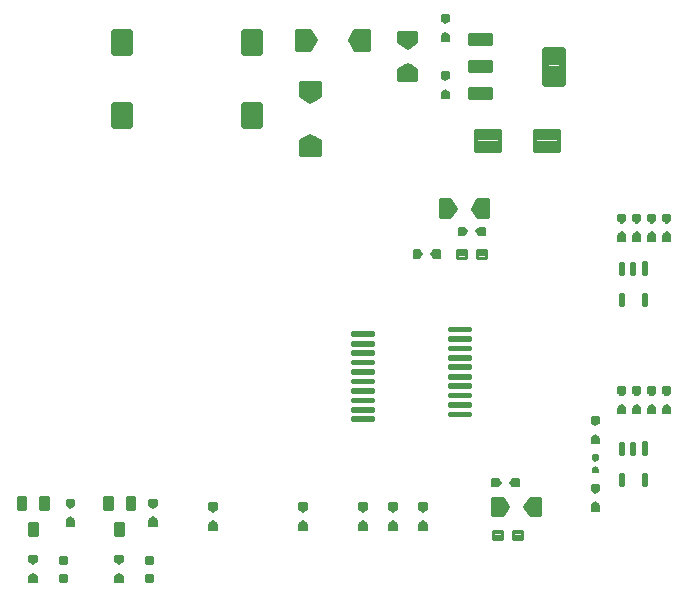
<source format=gbr>
G75*
%MOIN*%
%OFA0B0*%
%FSLAX25Y25*%
%IPPOS*%
%LPD*%
%AMOC8*
5,1,8,0,0,1.08239X$1,22.5*
%
%ADD10C,0.00886*%
%ADD11C,0.01200*%
%ADD12C,0.00500*%
%ADD13C,0.01063*%
%ADD14C,0.00974*%
%ADD15C,0.01451*%
%ADD16C,0.02182*%
%ADD17C,0.01296*%
%ADD18C,0.02418*%
%ADD19C,0.00850*%
D10*
X0146674Y0116396D02*
X0153464Y0116396D01*
X0146674Y0116396D02*
X0146674Y0117282D01*
X0153464Y0117282D01*
X0153464Y0116396D01*
X0153464Y0117281D02*
X0146674Y0117281D01*
X0146674Y0119546D02*
X0153464Y0119546D01*
X0146674Y0119546D02*
X0146674Y0120432D01*
X0153464Y0120432D01*
X0153464Y0119546D01*
X0153464Y0120431D02*
X0146674Y0120431D01*
X0146674Y0122696D02*
X0153464Y0122696D01*
X0146674Y0122696D02*
X0146674Y0123582D01*
X0153464Y0123582D01*
X0153464Y0122696D01*
X0153464Y0123581D02*
X0146674Y0123581D01*
X0146674Y0125845D02*
X0153464Y0125845D01*
X0146674Y0125845D02*
X0146674Y0126731D01*
X0153464Y0126731D01*
X0153464Y0125845D01*
X0153464Y0126730D02*
X0146674Y0126730D01*
X0146674Y0128995D02*
X0153464Y0128995D01*
X0146674Y0128995D02*
X0146674Y0129881D01*
X0153464Y0129881D01*
X0153464Y0128995D01*
X0153464Y0129880D02*
X0146674Y0129880D01*
X0146674Y0132144D02*
X0153464Y0132144D01*
X0146674Y0132144D02*
X0146674Y0133030D01*
X0153464Y0133030D01*
X0153464Y0132144D01*
X0153464Y0133029D02*
X0146674Y0133029D01*
X0146674Y0135294D02*
X0153464Y0135294D01*
X0146674Y0135294D02*
X0146674Y0136180D01*
X0153464Y0136180D01*
X0153464Y0135294D01*
X0153464Y0136179D02*
X0146674Y0136179D01*
X0146674Y0138444D02*
X0153464Y0138444D01*
X0146674Y0138444D02*
X0146674Y0139330D01*
X0153464Y0139330D01*
X0153464Y0138444D01*
X0153464Y0139329D02*
X0146674Y0139329D01*
X0146674Y0141593D02*
X0153464Y0141593D01*
X0146674Y0141593D02*
X0146674Y0142479D01*
X0153464Y0142479D01*
X0153464Y0141593D01*
X0153464Y0142478D02*
X0146674Y0142478D01*
X0146674Y0144743D02*
X0153464Y0144743D01*
X0146674Y0144743D02*
X0146674Y0145629D01*
X0153464Y0145629D01*
X0153464Y0144743D01*
X0153464Y0145628D02*
X0146674Y0145628D01*
X0178957Y0146318D02*
X0185747Y0146318D01*
X0178957Y0146318D02*
X0178957Y0147204D01*
X0185747Y0147204D01*
X0185747Y0146318D01*
X0185747Y0147203D02*
X0178957Y0147203D01*
X0178957Y0143168D02*
X0185747Y0143168D01*
X0178957Y0143168D02*
X0178957Y0144054D01*
X0185747Y0144054D01*
X0185747Y0143168D01*
X0185747Y0144053D02*
X0178957Y0144053D01*
X0178957Y0140018D02*
X0185747Y0140018D01*
X0178957Y0140018D02*
X0178957Y0140904D01*
X0185747Y0140904D01*
X0185747Y0140018D01*
X0185747Y0140903D02*
X0178957Y0140903D01*
X0178957Y0136869D02*
X0185747Y0136869D01*
X0178957Y0136869D02*
X0178957Y0137755D01*
X0185747Y0137755D01*
X0185747Y0136869D01*
X0185747Y0137754D02*
X0178957Y0137754D01*
X0178957Y0133719D02*
X0185747Y0133719D01*
X0178957Y0133719D02*
X0178957Y0134605D01*
X0185747Y0134605D01*
X0185747Y0133719D01*
X0185747Y0134604D02*
X0178957Y0134604D01*
X0178957Y0130570D02*
X0185747Y0130570D01*
X0178957Y0130570D02*
X0178957Y0131456D01*
X0185747Y0131456D01*
X0185747Y0130570D01*
X0185747Y0131455D02*
X0178957Y0131455D01*
X0178957Y0127420D02*
X0185747Y0127420D01*
X0178957Y0127420D02*
X0178957Y0128306D01*
X0185747Y0128306D01*
X0185747Y0127420D01*
X0185747Y0128305D02*
X0178957Y0128305D01*
X0178957Y0124270D02*
X0185747Y0124270D01*
X0178957Y0124270D02*
X0178957Y0125156D01*
X0185747Y0125156D01*
X0185747Y0124270D01*
X0185747Y0125155D02*
X0178957Y0125155D01*
X0178957Y0121121D02*
X0185747Y0121121D01*
X0178957Y0121121D02*
X0178957Y0122007D01*
X0185747Y0122007D01*
X0185747Y0121121D01*
X0185747Y0122006D02*
X0178957Y0122006D01*
X0178957Y0117971D02*
X0185747Y0117971D01*
X0178957Y0117971D02*
X0178957Y0118857D01*
X0185747Y0118857D01*
X0185747Y0117971D01*
X0185747Y0118856D02*
X0178957Y0118856D01*
D11*
X0193605Y0090237D02*
X0196730Y0090237D01*
X0198605Y0087425D01*
X0196730Y0084613D01*
X0193605Y0084613D01*
X0193605Y0090237D01*
X0193605Y0089291D02*
X0197361Y0089291D01*
X0198160Y0088093D02*
X0193605Y0088093D01*
X0193605Y0086894D02*
X0198251Y0086894D01*
X0197452Y0085696D02*
X0193605Y0085696D01*
X0204230Y0087425D02*
X0206105Y0084613D01*
X0209230Y0084613D01*
X0209230Y0090237D01*
X0206105Y0090237D01*
X0204230Y0087425D01*
X0204584Y0086894D02*
X0209230Y0086894D01*
X0209230Y0085696D02*
X0205383Y0085696D01*
X0204675Y0088093D02*
X0209230Y0088093D01*
X0209230Y0089291D02*
X0205474Y0089291D01*
X0191730Y0183987D02*
X0188605Y0183987D01*
X0186730Y0186800D01*
X0188605Y0189612D01*
X0191730Y0189612D01*
X0191730Y0183987D01*
X0191730Y0185172D02*
X0187815Y0185172D01*
X0187016Y0186371D02*
X0191730Y0186371D01*
X0191730Y0187569D02*
X0187243Y0187569D01*
X0188042Y0188768D02*
X0191730Y0188768D01*
X0181105Y0186800D02*
X0179230Y0183987D01*
X0176105Y0183987D01*
X0176105Y0189612D01*
X0179230Y0189612D01*
X0181105Y0186800D01*
X0180819Y0186371D02*
X0176105Y0186371D01*
X0176105Y0187569D02*
X0180592Y0187569D01*
X0179793Y0188768D02*
X0176105Y0188768D01*
X0176105Y0185172D02*
X0180020Y0185172D01*
X0135792Y0204925D02*
X0129542Y0204925D01*
X0129542Y0209300D01*
X0132667Y0211175D01*
X0135792Y0209300D01*
X0135792Y0204925D01*
X0135792Y0205547D02*
X0129542Y0205547D01*
X0129542Y0206745D02*
X0135792Y0206745D01*
X0135792Y0207944D02*
X0129542Y0207944D01*
X0129542Y0209142D02*
X0135792Y0209142D01*
X0134057Y0210341D02*
X0131277Y0210341D01*
X0132667Y0222425D02*
X0135792Y0224300D01*
X0135792Y0228675D01*
X0129542Y0228675D01*
X0129542Y0224300D01*
X0132667Y0222425D01*
X0130835Y0223525D02*
X0134500Y0223525D01*
X0135792Y0224723D02*
X0129542Y0224723D01*
X0129542Y0225922D02*
X0135792Y0225922D01*
X0135792Y0227120D02*
X0129542Y0227120D01*
X0129542Y0228319D02*
X0135792Y0228319D01*
X0132667Y0239925D02*
X0128292Y0239925D01*
X0128292Y0246175D01*
X0132667Y0246175D01*
X0134542Y0243050D01*
X0132667Y0239925D01*
X0132895Y0240304D02*
X0128292Y0240304D01*
X0128292Y0241502D02*
X0133614Y0241502D01*
X0134333Y0242701D02*
X0128292Y0242701D01*
X0128292Y0243899D02*
X0134033Y0243899D01*
X0133314Y0245098D02*
X0128292Y0245098D01*
X0145792Y0243050D02*
X0147667Y0239925D01*
X0152042Y0239925D01*
X0152042Y0246175D01*
X0147667Y0246175D01*
X0145792Y0243050D01*
X0146002Y0242701D02*
X0152042Y0242701D01*
X0152042Y0243899D02*
X0146302Y0243899D01*
X0147021Y0245098D02*
X0152042Y0245098D01*
X0152042Y0241502D02*
X0146721Y0241502D01*
X0147440Y0240304D02*
X0152042Y0240304D01*
X0162355Y0242423D02*
X0162355Y0245548D01*
X0167980Y0245548D01*
X0167980Y0242423D01*
X0165167Y0240548D01*
X0162355Y0242423D01*
X0162355Y0242701D02*
X0167980Y0242701D01*
X0167980Y0243899D02*
X0162355Y0243899D01*
X0162355Y0245098D02*
X0167980Y0245098D01*
X0166599Y0241502D02*
X0163735Y0241502D01*
X0165167Y0234923D02*
X0167980Y0233048D01*
X0167980Y0229923D01*
X0162355Y0229923D01*
X0162355Y0233048D01*
X0165167Y0234923D01*
X0164250Y0234311D02*
X0166084Y0234311D01*
X0167882Y0233113D02*
X0162453Y0233113D01*
X0162355Y0231914D02*
X0167980Y0231914D01*
X0167980Y0230716D02*
X0162355Y0230716D01*
D12*
X0038917Y0064300D02*
X0038917Y0062425D01*
X0041417Y0062425D01*
X0041417Y0064300D01*
X0040167Y0065237D01*
X0038917Y0064300D01*
X0038917Y0064114D02*
X0041417Y0064114D01*
X0041417Y0063615D02*
X0038917Y0063615D01*
X0038917Y0063117D02*
X0041417Y0063117D01*
X0041417Y0062618D02*
X0038917Y0062618D01*
X0039334Y0064612D02*
X0041001Y0064612D01*
X0040336Y0065111D02*
X0039999Y0065111D01*
X0040167Y0068363D02*
X0038917Y0069300D01*
X0038917Y0071175D01*
X0041417Y0071175D01*
X0041417Y0069300D01*
X0040167Y0068363D01*
X0039850Y0068601D02*
X0040485Y0068601D01*
X0041149Y0069099D02*
X0039185Y0069099D01*
X0038917Y0069598D02*
X0041417Y0069598D01*
X0041417Y0070096D02*
X0038917Y0070096D01*
X0038917Y0070595D02*
X0041417Y0070595D01*
X0041417Y0071093D02*
X0038917Y0071093D01*
X0051417Y0081175D02*
X0051417Y0083050D01*
X0052667Y0083988D01*
X0053917Y0083050D01*
X0053917Y0081175D01*
X0051417Y0081175D01*
X0051417Y0081562D02*
X0053917Y0081562D01*
X0053917Y0082060D02*
X0051417Y0082060D01*
X0051417Y0082559D02*
X0053917Y0082559D01*
X0053908Y0083057D02*
X0051427Y0083057D01*
X0052092Y0083556D02*
X0053243Y0083556D01*
X0052667Y0087112D02*
X0051417Y0088050D01*
X0051417Y0089925D01*
X0053917Y0089925D01*
X0053917Y0088050D01*
X0052667Y0087112D01*
X0052092Y0087544D02*
X0053243Y0087544D01*
X0053907Y0088042D02*
X0051427Y0088042D01*
X0051417Y0088541D02*
X0053917Y0088541D01*
X0053917Y0089039D02*
X0051417Y0089039D01*
X0051417Y0089538D02*
X0053917Y0089538D01*
X0067667Y0071175D02*
X0070167Y0071175D01*
X0070167Y0069300D01*
X0068917Y0068363D01*
X0067667Y0069300D01*
X0067667Y0071175D01*
X0067667Y0071093D02*
X0070167Y0071093D01*
X0070167Y0070595D02*
X0067667Y0070595D01*
X0067667Y0070096D02*
X0070167Y0070096D01*
X0070167Y0069598D02*
X0067667Y0069598D01*
X0067935Y0069099D02*
X0069899Y0069099D01*
X0069235Y0068601D02*
X0068600Y0068601D01*
X0068917Y0065237D02*
X0070167Y0064300D01*
X0070167Y0062425D01*
X0067667Y0062425D01*
X0067667Y0064300D01*
X0068917Y0065237D01*
X0068749Y0065111D02*
X0069086Y0065111D01*
X0069751Y0064612D02*
X0068084Y0064612D01*
X0067667Y0064114D02*
X0070167Y0064114D01*
X0070167Y0063615D02*
X0067667Y0063615D01*
X0067667Y0063117D02*
X0070167Y0063117D01*
X0070167Y0062618D02*
X0067667Y0062618D01*
X0078917Y0081175D02*
X0078917Y0083050D01*
X0080167Y0083988D01*
X0081417Y0083050D01*
X0081417Y0081175D01*
X0078917Y0081175D01*
X0078917Y0081562D02*
X0081417Y0081562D01*
X0081417Y0082060D02*
X0078917Y0082060D01*
X0078917Y0082559D02*
X0081417Y0082559D01*
X0081408Y0083057D02*
X0078927Y0083057D01*
X0079592Y0083556D02*
X0080743Y0083556D01*
X0080167Y0087112D02*
X0078917Y0088050D01*
X0078917Y0089925D01*
X0081417Y0089925D01*
X0081417Y0088050D01*
X0080167Y0087112D01*
X0079592Y0087544D02*
X0080743Y0087544D01*
X0081407Y0088042D02*
X0078927Y0088042D01*
X0078917Y0088541D02*
X0081417Y0088541D01*
X0081417Y0089039D02*
X0078917Y0089039D01*
X0078917Y0089538D02*
X0081417Y0089538D01*
X0098917Y0088675D02*
X0098917Y0086800D01*
X0100167Y0085863D01*
X0101417Y0086800D01*
X0101417Y0088675D01*
X0098917Y0088675D01*
X0098917Y0088541D02*
X0101417Y0088541D01*
X0101417Y0088042D02*
X0098917Y0088042D01*
X0098917Y0087544D02*
X0101417Y0087544D01*
X0101417Y0087045D02*
X0098917Y0087045D01*
X0099255Y0086547D02*
X0101080Y0086547D01*
X0100415Y0086048D02*
X0099919Y0086048D01*
X0100167Y0082738D02*
X0098917Y0081800D01*
X0098917Y0079925D01*
X0101417Y0079925D01*
X0101417Y0081800D01*
X0100167Y0082738D01*
X0099929Y0082559D02*
X0100406Y0082559D01*
X0101070Y0082060D02*
X0099264Y0082060D01*
X0098917Y0081562D02*
X0101417Y0081562D01*
X0101417Y0081063D02*
X0098917Y0081063D01*
X0098917Y0080565D02*
X0101417Y0080565D01*
X0101417Y0080066D02*
X0098917Y0080066D01*
X0128917Y0080066D02*
X0131417Y0080066D01*
X0131417Y0079925D02*
X0128917Y0079925D01*
X0128917Y0081800D01*
X0130167Y0082738D01*
X0131417Y0081800D01*
X0131417Y0079925D01*
X0131417Y0080565D02*
X0128917Y0080565D01*
X0128917Y0081063D02*
X0131417Y0081063D01*
X0131417Y0081562D02*
X0128917Y0081562D01*
X0129264Y0082060D02*
X0131070Y0082060D01*
X0130406Y0082559D02*
X0129929Y0082559D01*
X0130167Y0085863D02*
X0128917Y0086800D01*
X0128917Y0088675D01*
X0131417Y0088675D01*
X0131417Y0086800D01*
X0130167Y0085863D01*
X0129919Y0086048D02*
X0130415Y0086048D01*
X0131080Y0086547D02*
X0129255Y0086547D01*
X0128917Y0087045D02*
X0131417Y0087045D01*
X0131417Y0087544D02*
X0128917Y0087544D01*
X0128917Y0088042D02*
X0131417Y0088042D01*
X0131417Y0088541D02*
X0128917Y0088541D01*
X0148917Y0088541D02*
X0151417Y0088541D01*
X0151417Y0088675D02*
X0151417Y0086800D01*
X0150167Y0085863D01*
X0148917Y0086800D01*
X0148917Y0088675D01*
X0151417Y0088675D01*
X0151417Y0088042D02*
X0148917Y0088042D01*
X0148917Y0087544D02*
X0151417Y0087544D01*
X0151417Y0087045D02*
X0148917Y0087045D01*
X0149255Y0086547D02*
X0151080Y0086547D01*
X0150415Y0086048D02*
X0149919Y0086048D01*
X0150167Y0082738D02*
X0151417Y0081800D01*
X0151417Y0079925D01*
X0148917Y0079925D01*
X0148917Y0081800D01*
X0150167Y0082738D01*
X0149929Y0082559D02*
X0150406Y0082559D01*
X0151070Y0082060D02*
X0149264Y0082060D01*
X0148917Y0081562D02*
X0151417Y0081562D01*
X0151417Y0081063D02*
X0148917Y0081063D01*
X0148917Y0080565D02*
X0151417Y0080565D01*
X0151417Y0080066D02*
X0148917Y0080066D01*
X0158917Y0080066D02*
X0161417Y0080066D01*
X0161417Y0079925D02*
X0158917Y0079925D01*
X0158917Y0081800D01*
X0160167Y0082738D01*
X0161417Y0081800D01*
X0161417Y0079925D01*
X0161417Y0080565D02*
X0158917Y0080565D01*
X0158917Y0081063D02*
X0161417Y0081063D01*
X0161417Y0081562D02*
X0158917Y0081562D01*
X0159264Y0082060D02*
X0161070Y0082060D01*
X0160406Y0082559D02*
X0159929Y0082559D01*
X0160167Y0085863D02*
X0158917Y0086800D01*
X0158917Y0088675D01*
X0161417Y0088675D01*
X0161417Y0086800D01*
X0160167Y0085863D01*
X0159919Y0086048D02*
X0160415Y0086048D01*
X0161080Y0086547D02*
X0159255Y0086547D01*
X0158917Y0087045D02*
X0161417Y0087045D01*
X0161417Y0087544D02*
X0158917Y0087544D01*
X0158917Y0088042D02*
X0161417Y0088042D01*
X0161417Y0088541D02*
X0158917Y0088541D01*
X0168917Y0088541D02*
X0171417Y0088541D01*
X0171417Y0088675D02*
X0171417Y0086800D01*
X0170167Y0085863D01*
X0168917Y0086800D01*
X0168917Y0088675D01*
X0171417Y0088675D01*
X0171417Y0088042D02*
X0168917Y0088042D01*
X0168917Y0087544D02*
X0171417Y0087544D01*
X0171417Y0087045D02*
X0168917Y0087045D01*
X0169255Y0086547D02*
X0171080Y0086547D01*
X0170415Y0086048D02*
X0169919Y0086048D01*
X0170167Y0082738D02*
X0171417Y0081800D01*
X0171417Y0079925D01*
X0168917Y0079925D01*
X0168917Y0081800D01*
X0170167Y0082738D01*
X0169929Y0082559D02*
X0170406Y0082559D01*
X0171070Y0082060D02*
X0169264Y0082060D01*
X0168917Y0081562D02*
X0171417Y0081562D01*
X0171417Y0081063D02*
X0168917Y0081063D01*
X0168917Y0080565D02*
X0171417Y0080565D01*
X0171417Y0080066D02*
X0168917Y0080066D01*
X0193292Y0094300D02*
X0193292Y0096800D01*
X0195167Y0096800D01*
X0196105Y0095550D01*
X0195167Y0094300D01*
X0193292Y0094300D01*
X0193292Y0094523D02*
X0195335Y0094523D01*
X0195709Y0095022D02*
X0193292Y0095022D01*
X0193292Y0095520D02*
X0196082Y0095520D01*
X0195753Y0096019D02*
X0193292Y0096019D01*
X0193292Y0096517D02*
X0195379Y0096517D01*
X0199230Y0095550D02*
X0200167Y0096800D01*
X0202042Y0096800D01*
X0202042Y0094300D01*
X0200167Y0094300D01*
X0199230Y0095550D01*
X0199252Y0095520D02*
X0202042Y0095520D01*
X0202042Y0095022D02*
X0199626Y0095022D01*
X0200000Y0094523D02*
X0202042Y0094523D01*
X0202042Y0096019D02*
X0199581Y0096019D01*
X0199955Y0096517D02*
X0202042Y0096517D01*
X0226417Y0094925D02*
X0228917Y0094925D01*
X0228917Y0093050D01*
X0227667Y0092112D01*
X0226417Y0093050D01*
X0226417Y0094925D01*
X0226417Y0094523D02*
X0228917Y0094523D01*
X0228917Y0094025D02*
X0226417Y0094025D01*
X0226417Y0093526D02*
X0228917Y0093526D01*
X0228887Y0093028D02*
X0226447Y0093028D01*
X0227112Y0092529D02*
X0228223Y0092529D01*
X0227667Y0088987D02*
X0228917Y0088050D01*
X0228917Y0086175D01*
X0226417Y0086175D01*
X0226417Y0088050D01*
X0227667Y0088987D01*
X0227072Y0088541D02*
X0228263Y0088541D01*
X0228917Y0088042D02*
X0226417Y0088042D01*
X0226417Y0087544D02*
X0228917Y0087544D01*
X0228917Y0087045D02*
X0226417Y0087045D01*
X0226417Y0086547D02*
X0228917Y0086547D01*
X0228605Y0098987D02*
X0226730Y0098987D01*
X0226730Y0100237D01*
X0227667Y0100862D01*
X0228605Y0100237D01*
X0228605Y0098987D01*
X0228605Y0099010D02*
X0226730Y0099010D01*
X0226730Y0099508D02*
X0228605Y0099508D01*
X0228605Y0100007D02*
X0226730Y0100007D01*
X0227131Y0100505D02*
X0228203Y0100505D01*
X0227667Y0102737D02*
X0226730Y0103362D01*
X0226730Y0104612D01*
X0228605Y0104612D01*
X0228605Y0103362D01*
X0227667Y0102737D01*
X0227277Y0102998D02*
X0228058Y0102998D01*
X0228605Y0103496D02*
X0226730Y0103496D01*
X0226730Y0103995D02*
X0228605Y0103995D01*
X0228605Y0104493D02*
X0226730Y0104493D01*
X0226417Y0108675D02*
X0226417Y0110550D01*
X0227667Y0111487D01*
X0228917Y0110550D01*
X0228917Y0108675D01*
X0226417Y0108675D01*
X0226417Y0108980D02*
X0228917Y0108980D01*
X0228917Y0109478D02*
X0226417Y0109478D01*
X0226417Y0109977D02*
X0228917Y0109977D01*
X0228917Y0110475D02*
X0226417Y0110475D01*
X0226983Y0110974D02*
X0228352Y0110974D01*
X0227687Y0111472D02*
X0227647Y0111472D01*
X0227667Y0114612D02*
X0226417Y0115550D01*
X0226417Y0117425D01*
X0228917Y0117425D01*
X0228917Y0115550D01*
X0227667Y0114612D01*
X0227201Y0114962D02*
X0228133Y0114962D01*
X0228798Y0115461D02*
X0226537Y0115461D01*
X0226417Y0115959D02*
X0228917Y0115959D01*
X0228917Y0116458D02*
X0226417Y0116458D01*
X0226417Y0116956D02*
X0228917Y0116956D01*
X0235167Y0118675D02*
X0235167Y0120550D01*
X0236417Y0121487D01*
X0237667Y0120550D01*
X0237667Y0118675D01*
X0235167Y0118675D01*
X0235167Y0118950D02*
X0237667Y0118950D01*
X0237667Y0119449D02*
X0235167Y0119449D01*
X0235167Y0119947D02*
X0237667Y0119947D01*
X0237667Y0120446D02*
X0235167Y0120446D01*
X0235693Y0120944D02*
X0237142Y0120944D01*
X0236477Y0121443D02*
X0236358Y0121443D01*
X0236417Y0124612D02*
X0235167Y0125550D01*
X0235167Y0127425D01*
X0237667Y0127425D01*
X0237667Y0125550D01*
X0236417Y0124612D01*
X0235991Y0124932D02*
X0236844Y0124932D01*
X0237508Y0125431D02*
X0235326Y0125431D01*
X0235167Y0125929D02*
X0237667Y0125929D01*
X0237667Y0126428D02*
X0235167Y0126428D01*
X0235167Y0126926D02*
X0237667Y0126926D01*
X0237667Y0127425D02*
X0235167Y0127425D01*
X0240167Y0127425D02*
X0242667Y0127425D01*
X0242667Y0125550D01*
X0241417Y0124612D01*
X0240167Y0125550D01*
X0240167Y0127425D01*
X0242667Y0127425D01*
X0242667Y0126926D02*
X0240167Y0126926D01*
X0240167Y0126428D02*
X0242667Y0126428D01*
X0242667Y0125929D02*
X0240167Y0125929D01*
X0240326Y0125431D02*
X0242508Y0125431D01*
X0241844Y0124932D02*
X0240991Y0124932D01*
X0241417Y0121487D02*
X0242667Y0120550D01*
X0242667Y0118675D01*
X0240167Y0118675D01*
X0240167Y0120550D01*
X0241417Y0121487D01*
X0241358Y0121443D02*
X0241477Y0121443D01*
X0242142Y0120944D02*
X0240693Y0120944D01*
X0240167Y0120446D02*
X0242667Y0120446D01*
X0242667Y0119947D02*
X0240167Y0119947D01*
X0240167Y0119449D02*
X0242667Y0119449D01*
X0242667Y0118950D02*
X0240167Y0118950D01*
X0245167Y0118950D02*
X0247667Y0118950D01*
X0247667Y0118675D02*
X0245167Y0118675D01*
X0245167Y0120550D01*
X0246417Y0121487D01*
X0247667Y0120550D01*
X0247667Y0118675D01*
X0247667Y0119449D02*
X0245167Y0119449D01*
X0245167Y0119947D02*
X0247667Y0119947D01*
X0247667Y0120446D02*
X0245167Y0120446D01*
X0245693Y0120944D02*
X0247142Y0120944D01*
X0246477Y0121443D02*
X0246358Y0121443D01*
X0246417Y0124612D02*
X0245167Y0125550D01*
X0245167Y0127425D01*
X0247667Y0127425D01*
X0247667Y0125550D01*
X0246417Y0124612D01*
X0245991Y0124932D02*
X0246844Y0124932D01*
X0247508Y0125431D02*
X0245326Y0125431D01*
X0245167Y0125929D02*
X0247667Y0125929D01*
X0247667Y0126428D02*
X0245167Y0126428D01*
X0245167Y0126926D02*
X0247667Y0126926D01*
X0247667Y0127425D02*
X0245167Y0127425D01*
X0250167Y0127425D02*
X0252667Y0127425D01*
X0252667Y0125550D01*
X0251417Y0124612D01*
X0250167Y0125550D01*
X0250167Y0127425D01*
X0252667Y0127425D01*
X0252667Y0126926D02*
X0250167Y0126926D01*
X0250167Y0126428D02*
X0252667Y0126428D01*
X0252667Y0125929D02*
X0250167Y0125929D01*
X0250326Y0125431D02*
X0252508Y0125431D01*
X0251844Y0124932D02*
X0250991Y0124932D01*
X0251417Y0121487D02*
X0252667Y0120550D01*
X0252667Y0118675D01*
X0250167Y0118675D01*
X0250167Y0120550D01*
X0251417Y0121487D01*
X0251358Y0121443D02*
X0251477Y0121443D01*
X0252142Y0120944D02*
X0250693Y0120944D01*
X0250167Y0120446D02*
X0252667Y0120446D01*
X0252667Y0119947D02*
X0250167Y0119947D01*
X0250167Y0119449D02*
X0252667Y0119449D01*
X0252667Y0118950D02*
X0250167Y0118950D01*
X0250167Y0176175D02*
X0252667Y0176175D01*
X0252667Y0178050D01*
X0251417Y0178987D01*
X0250167Y0178050D01*
X0250167Y0176175D01*
X0250167Y0176279D02*
X0252667Y0176279D01*
X0252667Y0176777D02*
X0250167Y0176777D01*
X0250167Y0177276D02*
X0252667Y0177276D01*
X0252667Y0177774D02*
X0250167Y0177774D01*
X0250465Y0178273D02*
X0252370Y0178273D01*
X0251705Y0178772D02*
X0251129Y0178772D01*
X0247667Y0178050D02*
X0247667Y0176175D01*
X0245167Y0176175D01*
X0245167Y0178050D01*
X0246417Y0178987D01*
X0247667Y0178050D01*
X0247667Y0177774D02*
X0245167Y0177774D01*
X0245167Y0177276D02*
X0247667Y0177276D01*
X0247667Y0176777D02*
X0245167Y0176777D01*
X0245167Y0176279D02*
X0247667Y0176279D01*
X0247370Y0178273D02*
X0245465Y0178273D01*
X0246129Y0178772D02*
X0246705Y0178772D01*
X0242667Y0178050D02*
X0242667Y0176175D01*
X0240167Y0176175D01*
X0240167Y0178050D01*
X0241417Y0178987D01*
X0242667Y0178050D01*
X0242667Y0177774D02*
X0240167Y0177774D01*
X0240167Y0177276D02*
X0242667Y0177276D01*
X0242667Y0176777D02*
X0240167Y0176777D01*
X0240167Y0176279D02*
X0242667Y0176279D01*
X0242370Y0178273D02*
X0240465Y0178273D01*
X0241129Y0178772D02*
X0241705Y0178772D01*
X0237667Y0178050D02*
X0237667Y0176175D01*
X0235167Y0176175D01*
X0235167Y0178050D01*
X0236417Y0178987D01*
X0237667Y0178050D01*
X0237667Y0177774D02*
X0235167Y0177774D01*
X0235167Y0177276D02*
X0237667Y0177276D01*
X0237667Y0176777D02*
X0235167Y0176777D01*
X0235167Y0176279D02*
X0237667Y0176279D01*
X0237370Y0178273D02*
X0235465Y0178273D01*
X0236129Y0178772D02*
X0236705Y0178772D01*
X0236417Y0182112D02*
X0235167Y0183050D01*
X0235167Y0184925D01*
X0237667Y0184925D01*
X0237667Y0183050D01*
X0236417Y0182112D01*
X0236219Y0182261D02*
X0236615Y0182261D01*
X0237280Y0182760D02*
X0235555Y0182760D01*
X0235167Y0183258D02*
X0237667Y0183258D01*
X0237667Y0183757D02*
X0235167Y0183757D01*
X0235167Y0184255D02*
X0237667Y0184255D01*
X0237667Y0184754D02*
X0235167Y0184754D01*
X0240167Y0184754D02*
X0242667Y0184754D01*
X0242667Y0184925D02*
X0242667Y0183050D01*
X0241417Y0182112D01*
X0240167Y0183050D01*
X0240167Y0184925D01*
X0242667Y0184925D01*
X0242667Y0184255D02*
X0240167Y0184255D01*
X0240167Y0183757D02*
X0242667Y0183757D01*
X0242667Y0183258D02*
X0240167Y0183258D01*
X0240555Y0182760D02*
X0242280Y0182760D01*
X0241615Y0182261D02*
X0241219Y0182261D01*
X0245167Y0183050D02*
X0246417Y0182112D01*
X0247667Y0183050D01*
X0247667Y0184925D01*
X0245167Y0184925D01*
X0245167Y0183050D01*
X0245167Y0183258D02*
X0247667Y0183258D01*
X0247667Y0183757D02*
X0245167Y0183757D01*
X0245167Y0184255D02*
X0247667Y0184255D01*
X0247667Y0184754D02*
X0245167Y0184754D01*
X0245555Y0182760D02*
X0247280Y0182760D01*
X0246615Y0182261D02*
X0246219Y0182261D01*
X0250167Y0183050D02*
X0250167Y0184925D01*
X0252667Y0184925D01*
X0252667Y0183050D01*
X0251417Y0182112D01*
X0250167Y0183050D01*
X0250167Y0183258D02*
X0252667Y0183258D01*
X0252667Y0183757D02*
X0250167Y0183757D01*
X0250167Y0184255D02*
X0252667Y0184255D01*
X0252667Y0184754D02*
X0250167Y0184754D01*
X0250555Y0182760D02*
X0252280Y0182760D01*
X0251615Y0182261D02*
X0251219Y0182261D01*
X0190792Y0180550D02*
X0190792Y0178050D01*
X0188917Y0178050D01*
X0187980Y0179300D01*
X0188917Y0180550D01*
X0190792Y0180550D01*
X0190792Y0180267D02*
X0188705Y0180267D01*
X0188331Y0179769D02*
X0190792Y0179769D01*
X0190792Y0179270D02*
X0188002Y0179270D01*
X0188376Y0178772D02*
X0190792Y0178772D01*
X0190792Y0178273D02*
X0188750Y0178273D01*
X0184855Y0179300D02*
X0183917Y0178050D01*
X0182042Y0178050D01*
X0182042Y0180550D01*
X0183917Y0180550D01*
X0184855Y0179300D01*
X0184832Y0179270D02*
X0182042Y0179270D01*
X0182042Y0178772D02*
X0184458Y0178772D01*
X0184085Y0178273D02*
X0182042Y0178273D01*
X0182042Y0179769D02*
X0184503Y0179769D01*
X0184130Y0180267D02*
X0182042Y0180267D01*
X0175792Y0173050D02*
X0173917Y0173050D01*
X0172980Y0171800D01*
X0173917Y0170550D01*
X0175792Y0170550D01*
X0175792Y0173050D01*
X0175792Y0172789D02*
X0173722Y0172789D01*
X0173348Y0172291D02*
X0175792Y0172291D01*
X0175792Y0171792D02*
X0172986Y0171792D01*
X0173359Y0171294D02*
X0175792Y0171294D01*
X0175792Y0170795D02*
X0173733Y0170795D01*
X0169855Y0171800D02*
X0168917Y0170550D01*
X0167042Y0170550D01*
X0167042Y0173050D01*
X0168917Y0173050D01*
X0169855Y0171800D01*
X0169849Y0171792D02*
X0167042Y0171792D01*
X0167042Y0171294D02*
X0169475Y0171294D01*
X0169101Y0170795D02*
X0167042Y0170795D01*
X0167042Y0172291D02*
X0169487Y0172291D01*
X0169113Y0172789D02*
X0167042Y0172789D01*
X0176417Y0223675D02*
X0178917Y0223675D01*
X0178917Y0225550D01*
X0177667Y0226487D01*
X0176417Y0225550D01*
X0176417Y0223675D01*
X0176417Y0224136D02*
X0178917Y0224136D01*
X0178917Y0224635D02*
X0176417Y0224635D01*
X0176417Y0225133D02*
X0178917Y0225133D01*
X0178809Y0225632D02*
X0176526Y0225632D01*
X0177191Y0226130D02*
X0178144Y0226130D01*
X0177667Y0229612D02*
X0176417Y0230550D01*
X0176417Y0232425D01*
X0178917Y0232425D01*
X0178917Y0230550D01*
X0177667Y0229612D01*
X0177658Y0229620D02*
X0177677Y0229620D01*
X0178342Y0230118D02*
X0176993Y0230118D01*
X0176417Y0230617D02*
X0178917Y0230617D01*
X0178917Y0231115D02*
X0176417Y0231115D01*
X0176417Y0231614D02*
X0178917Y0231614D01*
X0178917Y0232112D02*
X0176417Y0232112D01*
X0176417Y0242740D02*
X0178917Y0242740D01*
X0178917Y0244615D01*
X0177667Y0245552D01*
X0176417Y0244615D01*
X0176417Y0242740D01*
X0176417Y0243079D02*
X0178917Y0243079D01*
X0178917Y0243578D02*
X0176417Y0243578D01*
X0176417Y0244077D02*
X0178917Y0244077D01*
X0178917Y0244575D02*
X0176417Y0244575D01*
X0177029Y0245074D02*
X0178306Y0245074D01*
X0177667Y0248677D02*
X0176417Y0249615D01*
X0176417Y0251490D01*
X0178917Y0251490D01*
X0178917Y0249615D01*
X0177667Y0248677D01*
X0177155Y0249062D02*
X0178180Y0249062D01*
X0178844Y0249560D02*
X0176490Y0249560D01*
X0176417Y0250059D02*
X0178917Y0250059D01*
X0178917Y0250557D02*
X0176417Y0250557D01*
X0176417Y0251056D02*
X0178917Y0251056D01*
D13*
X0181634Y0173040D02*
X0184508Y0173040D01*
X0184508Y0170560D01*
X0181634Y0170560D01*
X0181634Y0173040D01*
X0181634Y0171622D02*
X0184508Y0171622D01*
X0184508Y0172684D02*
X0181634Y0172684D01*
X0188327Y0173040D02*
X0191201Y0173040D01*
X0191201Y0170560D01*
X0188327Y0170560D01*
X0188327Y0173040D01*
X0188327Y0171622D02*
X0191201Y0171622D01*
X0191201Y0172684D02*
X0188327Y0172684D01*
X0193509Y0076810D02*
X0196383Y0076810D01*
X0193509Y0076810D02*
X0193509Y0079290D01*
X0196383Y0079290D01*
X0196383Y0076810D01*
X0196383Y0077872D02*
X0193509Y0077872D01*
X0193509Y0078934D02*
X0196383Y0078934D01*
X0200202Y0076810D02*
X0203076Y0076810D01*
X0200202Y0076810D02*
X0200202Y0079290D01*
X0203076Y0079290D01*
X0203076Y0076810D01*
X0203076Y0077872D02*
X0200202Y0077872D01*
X0200202Y0078934D02*
X0203076Y0078934D01*
X0073897Y0090659D02*
X0071417Y0090659D01*
X0073897Y0090659D02*
X0073897Y0086603D01*
X0071417Y0086603D01*
X0071417Y0090659D01*
X0071417Y0087665D02*
X0073897Y0087665D01*
X0073897Y0088727D02*
X0071417Y0088727D01*
X0071417Y0089789D02*
X0073897Y0089789D01*
X0066417Y0090659D02*
X0063937Y0090659D01*
X0066417Y0090659D02*
X0066417Y0086603D01*
X0063937Y0086603D01*
X0063937Y0090659D01*
X0063937Y0087665D02*
X0066417Y0087665D01*
X0066417Y0088727D02*
X0063937Y0088727D01*
X0063937Y0089789D02*
X0066417Y0089789D01*
X0067677Y0081997D02*
X0070157Y0081997D01*
X0070157Y0077941D01*
X0067677Y0077941D01*
X0067677Y0081997D01*
X0067677Y0079003D02*
X0070157Y0079003D01*
X0070157Y0080065D02*
X0067677Y0080065D01*
X0067677Y0081127D02*
X0070157Y0081127D01*
X0045147Y0090659D02*
X0042667Y0090659D01*
X0045147Y0090659D02*
X0045147Y0086603D01*
X0042667Y0086603D01*
X0042667Y0090659D01*
X0042667Y0087665D02*
X0045147Y0087665D01*
X0045147Y0088727D02*
X0042667Y0088727D01*
X0042667Y0089789D02*
X0045147Y0089789D01*
X0037667Y0090659D02*
X0035187Y0090659D01*
X0037667Y0090659D02*
X0037667Y0086603D01*
X0035187Y0086603D01*
X0035187Y0090659D01*
X0035187Y0087665D02*
X0037667Y0087665D01*
X0037667Y0088727D02*
X0035187Y0088727D01*
X0035187Y0089789D02*
X0037667Y0089789D01*
X0038927Y0081997D02*
X0041407Y0081997D01*
X0041407Y0077941D01*
X0038927Y0077941D01*
X0038927Y0081997D01*
X0038927Y0079003D02*
X0041407Y0079003D01*
X0041407Y0080065D02*
X0038927Y0080065D01*
X0038927Y0081127D02*
X0041407Y0081127D01*
D14*
X0235940Y0098449D02*
X0236914Y0098449D01*
X0236914Y0094915D01*
X0235940Y0094915D01*
X0235940Y0098449D01*
X0235940Y0095888D02*
X0236914Y0095888D01*
X0236914Y0096861D02*
X0235940Y0096861D01*
X0235940Y0097834D02*
X0236914Y0097834D01*
X0243420Y0098449D02*
X0244394Y0098449D01*
X0244394Y0094915D01*
X0243420Y0094915D01*
X0243420Y0098449D01*
X0243420Y0095888D02*
X0244394Y0095888D01*
X0244394Y0096861D02*
X0243420Y0096861D01*
X0243420Y0097834D02*
X0244394Y0097834D01*
X0244394Y0109079D02*
X0243420Y0109079D01*
X0244394Y0109079D02*
X0244394Y0105151D01*
X0243420Y0105151D01*
X0243420Y0109079D01*
X0243420Y0106124D02*
X0244394Y0106124D01*
X0244394Y0107097D02*
X0243420Y0107097D01*
X0243420Y0108070D02*
X0244394Y0108070D01*
X0244394Y0109043D02*
X0243420Y0109043D01*
X0240654Y0108685D02*
X0239680Y0108685D01*
X0240654Y0108685D02*
X0240654Y0105151D01*
X0239680Y0105151D01*
X0239680Y0108685D01*
X0239680Y0106124D02*
X0240654Y0106124D01*
X0240654Y0107097D02*
X0239680Y0107097D01*
X0239680Y0108070D02*
X0240654Y0108070D01*
X0236914Y0108685D02*
X0235940Y0108685D01*
X0236914Y0108685D02*
X0236914Y0105151D01*
X0235940Y0105151D01*
X0235940Y0108685D01*
X0235940Y0106124D02*
X0236914Y0106124D01*
X0236914Y0107097D02*
X0235940Y0107097D01*
X0235940Y0108070D02*
X0236914Y0108070D01*
X0236914Y0158449D02*
X0235940Y0158449D01*
X0236914Y0158449D02*
X0236914Y0154915D01*
X0235940Y0154915D01*
X0235940Y0158449D01*
X0235940Y0155888D02*
X0236914Y0155888D01*
X0236914Y0156861D02*
X0235940Y0156861D01*
X0235940Y0157834D02*
X0236914Y0157834D01*
X0243420Y0158449D02*
X0244394Y0158449D01*
X0244394Y0154915D01*
X0243420Y0154915D01*
X0243420Y0158449D01*
X0243420Y0155888D02*
X0244394Y0155888D01*
X0244394Y0156861D02*
X0243420Y0156861D01*
X0243420Y0157834D02*
X0244394Y0157834D01*
X0244394Y0169079D02*
X0243420Y0169079D01*
X0244394Y0169079D02*
X0244394Y0165151D01*
X0243420Y0165151D01*
X0243420Y0169079D01*
X0243420Y0166124D02*
X0244394Y0166124D01*
X0244394Y0167097D02*
X0243420Y0167097D01*
X0243420Y0168070D02*
X0244394Y0168070D01*
X0244394Y0169043D02*
X0243420Y0169043D01*
X0240654Y0168685D02*
X0239680Y0168685D01*
X0240654Y0168685D02*
X0240654Y0165151D01*
X0239680Y0165151D01*
X0239680Y0168685D01*
X0239680Y0166124D02*
X0240654Y0166124D01*
X0240654Y0167097D02*
X0239680Y0167097D01*
X0239680Y0168070D02*
X0240654Y0168070D01*
X0236914Y0168685D02*
X0235940Y0168685D01*
X0236914Y0168685D02*
X0236914Y0165151D01*
X0235940Y0165151D01*
X0235940Y0168685D01*
X0235940Y0166124D02*
X0236914Y0166124D01*
X0236914Y0167097D02*
X0235940Y0167097D01*
X0235940Y0168070D02*
X0236914Y0168070D01*
D15*
X0215668Y0205995D02*
X0207482Y0205995D01*
X0207482Y0212605D01*
X0215668Y0212605D01*
X0215668Y0205995D01*
X0215668Y0207445D02*
X0207482Y0207445D01*
X0207482Y0208895D02*
X0215668Y0208895D01*
X0215668Y0210345D02*
X0207482Y0210345D01*
X0207482Y0211795D02*
X0215668Y0211795D01*
X0195983Y0205995D02*
X0187797Y0205995D01*
X0187797Y0212605D01*
X0195983Y0212605D01*
X0195983Y0205995D01*
X0195983Y0207445D02*
X0187797Y0207445D01*
X0187797Y0208895D02*
X0195983Y0208895D01*
X0195983Y0210345D02*
X0187797Y0210345D01*
X0187797Y0211795D02*
X0195983Y0211795D01*
D16*
X0110525Y0214884D02*
X0110525Y0221550D01*
X0115617Y0221550D01*
X0115617Y0214884D01*
X0110525Y0214884D01*
X0110525Y0217065D02*
X0115617Y0217065D01*
X0115617Y0219246D02*
X0110525Y0219246D01*
X0110525Y0221427D02*
X0115617Y0221427D01*
X0110525Y0239097D02*
X0110525Y0245763D01*
X0115617Y0245763D01*
X0115617Y0239097D01*
X0110525Y0239097D01*
X0110525Y0241278D02*
X0115617Y0241278D01*
X0115617Y0243459D02*
X0110525Y0243459D01*
X0110525Y0245640D02*
X0115617Y0245640D01*
X0067218Y0245763D02*
X0067218Y0239097D01*
X0067218Y0245763D02*
X0072310Y0245763D01*
X0072310Y0239097D01*
X0067218Y0239097D01*
X0067218Y0241278D02*
X0072310Y0241278D01*
X0072310Y0243459D02*
X0067218Y0243459D01*
X0067218Y0245640D02*
X0072310Y0245640D01*
X0067218Y0221550D02*
X0067218Y0214884D01*
X0067218Y0221550D02*
X0072310Y0221550D01*
X0072310Y0214884D01*
X0067218Y0214884D01*
X0067218Y0217065D02*
X0072310Y0217065D01*
X0072310Y0219246D02*
X0067218Y0219246D01*
X0067218Y0221427D02*
X0072310Y0221427D01*
D17*
X0185705Y0223688D02*
X0185705Y0226712D01*
X0192729Y0226712D01*
X0192729Y0223688D01*
X0185705Y0223688D01*
X0185705Y0224983D02*
X0192729Y0224983D01*
X0192729Y0226278D02*
X0185705Y0226278D01*
X0185705Y0232788D02*
X0185705Y0235812D01*
X0192729Y0235812D01*
X0192729Y0232788D01*
X0185705Y0232788D01*
X0185705Y0234083D02*
X0192729Y0234083D01*
X0192729Y0235378D02*
X0185705Y0235378D01*
X0185705Y0241888D02*
X0185705Y0244912D01*
X0192729Y0244912D01*
X0192729Y0241888D01*
X0185705Y0241888D01*
X0185705Y0243183D02*
X0192729Y0243183D01*
X0192729Y0244478D02*
X0185705Y0244478D01*
D18*
X0210797Y0239877D02*
X0210797Y0228723D01*
X0210797Y0239877D02*
X0216439Y0239877D01*
X0216439Y0228723D01*
X0210797Y0228723D01*
X0210797Y0231140D02*
X0216439Y0231140D01*
X0216439Y0233557D02*
X0210797Y0233557D01*
X0210797Y0235974D02*
X0216439Y0235974D01*
X0216439Y0238391D02*
X0210797Y0238391D01*
D19*
X0079909Y0070745D02*
X0077925Y0070745D01*
X0079909Y0070745D02*
X0079909Y0068761D01*
X0077925Y0068761D01*
X0077925Y0070745D01*
X0077925Y0069610D02*
X0079909Y0069610D01*
X0079909Y0070459D02*
X0077925Y0070459D01*
X0077925Y0064839D02*
X0079909Y0064839D01*
X0079909Y0062855D01*
X0077925Y0062855D01*
X0077925Y0064839D01*
X0077925Y0063704D02*
X0079909Y0063704D01*
X0079909Y0064553D02*
X0077925Y0064553D01*
X0051159Y0064839D02*
X0049175Y0064839D01*
X0051159Y0064839D02*
X0051159Y0062855D01*
X0049175Y0062855D01*
X0049175Y0064839D01*
X0049175Y0063704D02*
X0051159Y0063704D01*
X0051159Y0064553D02*
X0049175Y0064553D01*
X0049175Y0070745D02*
X0051159Y0070745D01*
X0051159Y0068761D01*
X0049175Y0068761D01*
X0049175Y0070745D01*
X0049175Y0069610D02*
X0051159Y0069610D01*
X0051159Y0070459D02*
X0049175Y0070459D01*
M02*

</source>
